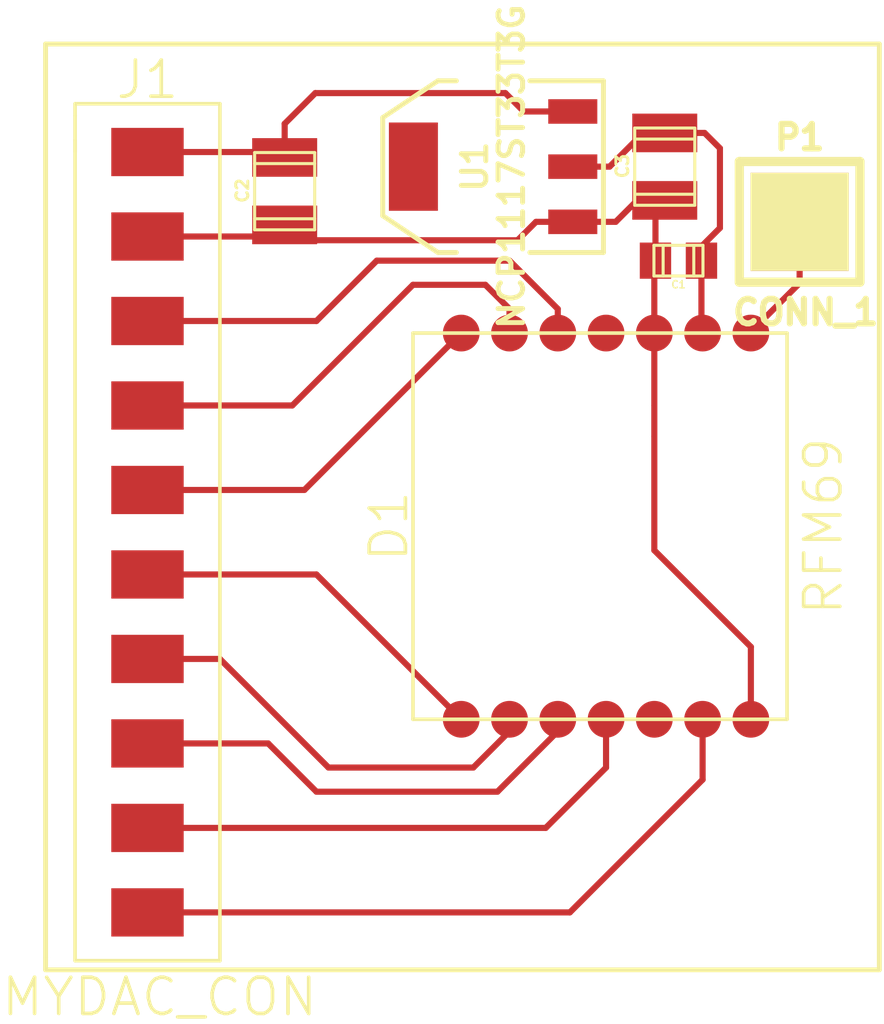
<source format=kicad_pcb>
(kicad_pcb (version 3) (host pcbnew "(22-Jun-2014 BZR 4027)-stable")

  (general
    (links 20)
    (no_connects 0)
    (area 25.341 144.396178 63.706586 188.127)
    (thickness 1.6)
    (drawings 5)
    (tracks 69)
    (zones 0)
    (modules 7)
    (nets 13)
  )

  (page A4 portrait)
  (title_block 
    (title rtyryr)
    (rev "ert tr")
  )

  (layers
    (15 F.Cu signal)
    (0 B.Cu signal)
    (16 B.Adhes user)
    (17 F.Adhes user)
    (18 B.Paste user)
    (19 F.Paste user)
    (20 B.SilkS user)
    (21 F.SilkS user)
    (22 B.Mask user)
    (23 F.Mask user)
    (24 Dwgs.User user)
    (25 Cmts.User user)
    (26 Eco1.User user)
    (27 Eco2.User user)
    (28 Edge.Cuts user)
  )

  (setup
    (last_trace_width 0.254)
    (trace_clearance 0.254)
    (zone_clearance 0.508)
    (zone_45_only no)
    (trace_min 0.254)
    (segment_width 0.2)
    (edge_width 0.15)
    (via_size 0.889)
    (via_drill 0.635)
    (via_min_size 0.889)
    (via_min_drill 0.508)
    (uvia_size 0.508)
    (uvia_drill 0.127)
    (uvias_allowed no)
    (uvia_min_size 0.508)
    (uvia_min_drill 0.127)
    (pcb_text_width 0.3)
    (pcb_text_size 1.5 1.5)
    (mod_edge_width 0.15)
    (mod_text_size 1.5 1.5)
    (mod_text_width 0.15)
    (pad_size 1.524 1.524)
    (pad_drill 0.762)
    (pad_to_mask_clearance 0.2)
    (aux_axis_origin 0 0)
    (visible_elements FFFFFFBF)
    (pcbplotparams
      (layerselection 32768)
      (usegerberextensions true)
      (excludeedgelayer true)
      (linewidth 0.150000)
      (plotframeref false)
      (viasonmask false)
      (mode 1)
      (useauxorigin false)
      (hpglpennumber 1)
      (hpglpenspeed 20)
      (hpglpendiameter 15)
      (hpglpenoverlay 2)
      (psnegative false)
      (psa4output false)
      (plotreference true)
      (plotvalue true)
      (plotothertext true)
      (plotinvisibletext false)
      (padsonsilk false)
      (subtractmaskfromsilk false)
      (outputformat 1)
      (mirror false)
      (drillshape 0)
      (scaleselection 1)
      (outputdirectory gdfg))
  )

  (net 0 "")
  (net 1 GND)
  (net 2 N-000001)
  (net 3 N-0000010)
  (net 4 N-0000012)
  (net 5 N-000002)
  (net 6 N-000003)
  (net 7 N-000004)
  (net 8 N-000005)
  (net 9 N-000006)
  (net 10 N-000007)
  (net 11 N-000008)
  (net 12 N-000009)

  (net_class Default "Это класс цепей по умолчанию."
    (clearance 0.254)
    (trace_width 0.254)
    (via_dia 0.889)
    (via_drill 0.635)
    (uvia_dia 0.508)
    (uvia_drill 0.127)
    (add_net "")
    (add_net GND)
    (add_net N-000001)
    (add_net N-0000010)
    (add_net N-0000012)
    (add_net N-000002)
    (add_net N-000003)
    (add_net N-000004)
    (add_net N-000005)
    (add_net N-000006)
    (add_net N-000007)
    (add_net N-000008)
    (add_net N-000009)
  )

  (module SOT223 (layer F.Cu) (tedit 5487FE6B) (tstamp 5487F722)
    (at 46.99 152.654 90)
    (descr "module CMS SOT223 4 pins")
    (tags "CMS SOT")
    (path /5487D7C3)
    (attr smd)
    (fp_text reference U1 (at 0 -0.762 90) (layer F.SilkS)
      (effects (font (size 1.016 1.016) (thickness 0.2032)))
    )
    (fp_text value NCP1117ST33T3G (at 0 0.762 90) (layer F.SilkS)
      (effects (font (size 1.016 1.016) (thickness 0.2032)))
    )
    (fp_line (start -3.556 1.524) (end -3.556 4.572) (layer F.SilkS) (width 0.2032))
    (fp_line (start -3.556 4.572) (end 3.556 4.572) (layer F.SilkS) (width 0.2032))
    (fp_line (start 3.556 4.572) (end 3.556 1.524) (layer F.SilkS) (width 0.2032))
    (fp_line (start -3.556 -1.524) (end -3.556 -2.286) (layer F.SilkS) (width 0.2032))
    (fp_line (start -3.556 -2.286) (end -2.032 -4.572) (layer F.SilkS) (width 0.2032))
    (fp_line (start -2.032 -4.572) (end 2.032 -4.572) (layer F.SilkS) (width 0.2032))
    (fp_line (start 2.032 -4.572) (end 3.556 -2.286) (layer F.SilkS) (width 0.2032))
    (fp_line (start 3.556 -2.286) (end 3.556 -1.524) (layer F.SilkS) (width 0.2032))
    (pad 4 smd rect (at 0 -3.302 90) (size 3.6576 2.032)
      (layers F.Cu F.Paste F.Mask)
    )
    (pad 2 smd rect (at 0 3.302 90) (size 1.016 2.032)
      (layers F.Cu F.Paste F.Mask)
      (net 3 N-0000010)
    )
    (pad 3 smd rect (at 2.286 3.302 90) (size 1.016 2.032)
      (layers F.Cu F.Paste F.Mask)
      (net 4 N-0000012)
    )
    (pad 1 smd rect (at -2.286 3.302 90) (size 1.016 2.032)
      (layers F.Cu F.Paste F.Mask)
      (net 1 GND)
    )
    (model smd/SOT223.wrl
      (at (xyz 0 0 0))
      (scale (xyz 0.4 0.4 0.4))
      (rotate (xyz 0 0 0))
    )
  )

  (module RFM69 (layer F.Cu) (tedit 54870C69) (tstamp 5487F4E3)
    (at 51.67 167.548 90)
    (path /5486BF6D)
    (fp_text reference D1 (at 0 -9 90) (layer F.SilkS)
      (effects (font (size 1.5 1.5) (thickness 0.15)))
    )
    (fp_text value RFM69 (at 0 9 90) (layer F.SilkS)
      (effects (font (size 1.5 1.5) (thickness 0.15)))
    )
    (fp_line (start -8 -8) (end -8 7.5) (layer F.SilkS) (width 0.15))
    (fp_line (start -8 7.5) (end 8 7.5) (layer F.SilkS) (width 0.15))
    (fp_line (start 8 7.5) (end 8 -8) (layer F.SilkS) (width 0.15))
    (fp_line (start 8 -8) (end -8 -8) (layer F.SilkS) (width 0.15))
    (pad 8 smd circle (at -8 -6 90) (size 1.524 1.524)
      (layers F.Cu F.Paste F.Mask)
      (net 5 N-000002)
    )
    (pad 9 smd circle (at -8 -4 90) (size 1.524 1.524)
      (layers F.Cu F.Paste F.Mask)
      (net 9 N-000006)
    )
    (pad 10 smd circle (at -8 -2 90) (size 1.524 1.524)
      (layers F.Cu F.Paste F.Mask)
      (net 8 N-000005)
    )
    (pad 11 smd circle (at -8 0 90) (size 1.524 1.524)
      (layers F.Cu F.Paste F.Mask)
      (net 7 N-000004)
    )
    (pad 12 smd circle (at -8 2 90) (size 1.524 1.524)
      (layers F.Cu F.Paste F.Mask)
    )
    (pad 13 smd circle (at -8 4 90) (size 1.524 1.524)
      (layers F.Cu F.Paste F.Mask)
      (net 6 N-000003)
    )
    (pad 14 smd circle (at -8 6 90) (size 1.524 1.524)
      (layers F.Cu F.Paste F.Mask)
      (net 1 GND)
    )
    (pad 7 smd circle (at 8 -6 90) (size 1.524 1.524)
      (layers F.Cu F.Paste F.Mask)
      (net 10 N-000007)
    )
    (pad 6 smd circle (at 8 -4 90) (size 1.524 1.524)
      (layers F.Cu F.Paste F.Mask)
      (net 12 N-000009)
    )
    (pad 5 smd circle (at 8 -2 90) (size 1.524 1.524)
      (layers F.Cu F.Paste F.Mask)
      (net 2 N-000001)
    )
    (pad 4 smd circle (at 8 0 90) (size 1.524 1.524)
      (layers F.Cu F.Paste F.Mask)
    )
    (pad 3 smd circle (at 8 2 90) (size 1.524 1.524)
      (layers F.Cu F.Paste F.Mask)
      (net 1 GND)
    )
    (pad 2 smd circle (at 8 4 90) (size 1.524 1.524)
      (layers F.Cu F.Paste F.Mask)
      (net 3 N-0000010)
    )
    (pad 1 smd circle (at 8 6 90) (size 1.524 1.524)
      (layers F.Cu F.Paste F.Mask)
      (net 11 N-000008)
    )
  )

  (module c_1210 (layer F.Cu) (tedit 49047413) (tstamp 5487F4EF)
    (at 54.102 152.654 90)
    (descr "SMT capacitor, 1210")
    (path /5487D879)
    (fp_text reference C3 (at 0.0254 -1.7526 90) (layer F.SilkS)
      (effects (font (size 0.50038 0.50038) (thickness 0.11938)))
    )
    (fp_text value C (at -0.0254 1.7272 90) (layer F.SilkS) hide
      (effects (font (size 0.50038 0.50038) (thickness 0.11938)))
    )
    (fp_line (start -1.6002 -1.2446) (end -1.6002 1.2446) (layer F.SilkS) (width 0.127))
    (fp_line (start 1.6002 1.2446) (end 1.6002 -1.2446) (layer F.SilkS) (width 0.127))
    (fp_line (start 1.143 -1.2446) (end 1.143 1.2446) (layer F.SilkS) (width 0.127))
    (fp_line (start -1.143 1.2446) (end -1.143 -1.2446) (layer F.SilkS) (width 0.127))
    (fp_line (start -1.6002 1.2446) (end 1.6002 1.2446) (layer F.SilkS) (width 0.127))
    (fp_line (start 1.6002 -1.2446) (end -1.6002 -1.2446) (layer F.SilkS) (width 0.127))
    (pad 1 smd rect (at 1.397 0 90) (size 1.6002 2.6924)
      (layers F.Cu F.Paste F.Mask)
      (net 3 N-0000010)
    )
    (pad 2 smd rect (at -1.397 0 90) (size 1.6002 2.6924)
      (layers F.Cu F.Paste F.Mask)
      (net 1 GND)
    )
    (model smd/capacitors/c_1210.wrl
      (at (xyz 0 0 0))
      (scale (xyz 1 1 1))
      (rotate (xyz 0 0 0))
    )
  )

  (module c_1210 (layer F.Cu) (tedit 49047413) (tstamp 5487F4FB)
    (at 38.354 153.67 90)
    (descr "SMT capacitor, 1210")
    (path /5487D86A)
    (fp_text reference C2 (at 0.0254 -1.7526 90) (layer F.SilkS)
      (effects (font (size 0.50038 0.50038) (thickness 0.11938)))
    )
    (fp_text value C (at -0.0254 1.7272 90) (layer F.SilkS) hide
      (effects (font (size 0.50038 0.50038) (thickness 0.11938)))
    )
    (fp_line (start -1.6002 -1.2446) (end -1.6002 1.2446) (layer F.SilkS) (width 0.127))
    (fp_line (start 1.6002 1.2446) (end 1.6002 -1.2446) (layer F.SilkS) (width 0.127))
    (fp_line (start 1.143 -1.2446) (end 1.143 1.2446) (layer F.SilkS) (width 0.127))
    (fp_line (start -1.143 1.2446) (end -1.143 -1.2446) (layer F.SilkS) (width 0.127))
    (fp_line (start -1.6002 1.2446) (end 1.6002 1.2446) (layer F.SilkS) (width 0.127))
    (fp_line (start 1.6002 -1.2446) (end -1.6002 -1.2446) (layer F.SilkS) (width 0.127))
    (pad 1 smd rect (at 1.397 0 90) (size 1.6002 2.6924)
      (layers F.Cu F.Paste F.Mask)
      (net 4 N-0000012)
    )
    (pad 2 smd rect (at -1.397 0 90) (size 1.6002 2.6924)
      (layers F.Cu F.Paste F.Mask)
      (net 1 GND)
    )
    (model smd/capacitors/c_1210.wrl
      (at (xyz 0 0 0))
      (scale (xyz 1 1 1))
      (rotate (xyz 0 0 0))
    )
  )

  (module c_0805 (layer F.Cu) (tedit 49047394) (tstamp 5487F507)
    (at 54.67 156.548 180)
    (descr "SMT capacitor, 0805")
    (path /5487D8A1)
    (fp_text reference C1 (at 0 -0.9906 180) (layer F.SilkS)
      (effects (font (size 0.29972 0.29972) (thickness 0.06096)))
    )
    (fp_text value C (at 0 0.9906 180) (layer F.SilkS) hide
      (effects (font (size 0.29972 0.29972) (thickness 0.06096)))
    )
    (fp_line (start 0.635 -0.635) (end 0.635 0.635) (layer F.SilkS) (width 0.127))
    (fp_line (start -0.635 -0.635) (end -0.635 0.6096) (layer F.SilkS) (width 0.127))
    (fp_line (start -1.016 -0.635) (end 1.016 -0.635) (layer F.SilkS) (width 0.127))
    (fp_line (start 1.016 -0.635) (end 1.016 0.635) (layer F.SilkS) (width 0.127))
    (fp_line (start 1.016 0.635) (end -1.016 0.635) (layer F.SilkS) (width 0.127))
    (fp_line (start -1.016 0.635) (end -1.016 -0.635) (layer F.SilkS) (width 0.127))
    (pad 1 smd rect (at 0.9525 0 180) (size 1.30048 1.4986)
      (layers F.Cu F.Paste F.Mask)
      (net 1 GND)
    )
    (pad 2 smd rect (at -0.9525 0 180) (size 1.30048 1.4986)
      (layers F.Cu F.Paste F.Mask)
      (net 3 N-0000010)
    )
    (model smd/capacitors/c_0805.wrl
      (at (xyz 0 0 0))
      (scale (xyz 1 1 1))
      (rotate (xyz 0 0 0))
    )
  )

  (module 3.5_PIN (layer F.Cu) (tedit 5487F351) (tstamp 5487F51C)
    (at 32.67 157.548)
    (path /5487D5E3)
    (fp_text reference J1 (at 0 -8.5) (layer F.SilkS)
      (effects (font (size 1.5 1.5) (thickness 0.15)))
    )
    (fp_text value MYDAC_CON (at 0.5 29.5) (layer F.SilkS)
      (effects (font (size 1.5 1.5) (thickness 0.15)))
    )
    (fp_line (start -3 -6) (end -3 -7) (layer F.SilkS) (width 0.15))
    (fp_line (start -3 -7) (end -3 -7.5) (layer F.SilkS) (width 0.15))
    (fp_line (start -3 -7.5) (end 3 -7.5) (layer F.SilkS) (width 0.15))
    (fp_line (start 3 -7.5) (end 3 28) (layer F.SilkS) (width 0.15))
    (fp_line (start 3 28) (end -3 28) (layer F.SilkS) (width 0.15))
    (fp_line (start -3 28) (end -3 -6) (layer F.SilkS) (width 0.15))
    (fp_line (start -3 -6) (end -3 -5.5) (layer F.SilkS) (width 0.15))
    (pad 4 smd rect (at 0 15.5) (size 3 2)
      (layers F.Cu F.Paste F.Mask)
      (net 9 N-000006)
    )
    (pad 3 smd rect (at 0 19) (size 3 2)
      (layers F.Cu F.Paste F.Mask)
      (net 8 N-000005)
    )
    (pad 2 smd rect (at 0 22.5) (size 3 2)
      (layers F.Cu F.Paste F.Mask)
      (net 7 N-000004)
    )
    (pad 1 smd rect (at 0 26) (size 3 2)
      (layers F.Cu F.Paste F.Mask)
      (net 6 N-000003)
    )
    (pad 5 smd rect (at 0 12) (size 3 2)
      (layers F.Cu F.Paste F.Mask)
      (net 5 N-000002)
    )
    (pad 6 smd rect (at 0 8.5) (size 3 2)
      (layers F.Cu F.Paste F.Mask)
      (net 10 N-000007)
    )
    (pad 7 smd rect (at 0 5) (size 3 2)
      (layers F.Cu F.Paste F.Mask)
      (net 12 N-000009)
    )
    (pad 8 smd rect (at 0 1.5) (size 3 2)
      (layers F.Cu F.Paste F.Mask)
      (net 2 N-000001)
    )
    (pad 9 smd rect (at 0 -2) (size 3 2)
      (layers F.Cu F.Paste F.Mask)
      (net 1 GND)
    )
    (pad 10 smd rect (at 0 -5.5) (size 3 2)
      (layers F.Cu F.Paste F.Mask)
      (net 4 N-0000012)
    )
  )

  (module 1PIN_SMD (layer F.Cu) (tedit 4F3E5BF2) (tstamp 5487F525)
    (at 59.69 154.94)
    (descr "module 1 pin (ou trou mecanique de percage)")
    (tags DEV)
    (path /5487ED1C)
    (fp_text reference P1 (at 0 -3.50012) (layer F.SilkS)
      (effects (font (size 1.016 1.016) (thickness 0.254)))
    )
    (fp_text value CONN_1 (at 0.24892 3.74904) (layer F.SilkS)
      (effects (font (size 1.016 1.016) (thickness 0.254)))
    )
    (fp_line (start -2.49936 -2.49936) (end 2.49936 -2.49936) (layer F.SilkS) (width 0.381))
    (fp_line (start 2.49936 -2.49936) (end 2.49936 2.49936) (layer F.SilkS) (width 0.381))
    (fp_line (start 2.49936 2.49936) (end -2.49936 2.49936) (layer F.SilkS) (width 0.381))
    (fp_line (start -2.49936 2.49936) (end -2.49936 -2.49936) (layer F.SilkS) (width 0.381))
    (pad 1 smd rect (at 0 0) (size 4.064 4.064)
      (layers F.Cu F.Paste F.SilkS F.Mask)
      (net 11 N-000008)
    )
  )

  (gr_line (start 28.448 185.928) (end 28.448 185.42) (angle 90) (layer F.SilkS) (width 0.2))
  (gr_line (start 62.992 185.928) (end 28.448 185.928) (angle 90) (layer F.SilkS) (width 0.2))
  (gr_line (start 62.992 147.574) (end 62.992 185.928) (angle 90) (layer F.SilkS) (width 0.2))
  (gr_line (start 28.448 147.574) (end 62.992 147.574) (angle 90) (layer F.SilkS) (width 0.2))
  (gr_line (start 28.448 185.42) (end 28.448 147.574) (angle 90) (layer F.SilkS) (width 0.2))

  (segment (start 38.354 155.067) (end 38.735 155.067) (width 0.254) (layer F.Cu) (net 1))
  (segment (start 48.768 154.94) (end 50.292 154.94) (width 0.254) (layer F.Cu) (net 1) (tstamp 5487FF65))
  (segment (start 48.006 155.702) (end 48.768 154.94) (width 0.254) (layer F.Cu) (net 1) (tstamp 5487FF63))
  (segment (start 39.37 155.702) (end 48.006 155.702) (width 0.254) (layer F.Cu) (net 1) (tstamp 5487FF5C))
  (segment (start 38.735 155.067) (end 39.37 155.702) (width 0.254) (layer F.Cu) (net 1) (tstamp 5487FF57))
  (segment (start 32.67 155.548) (end 37.873 155.548) (width 0.254) (layer F.Cu) (net 1))
  (segment (start 37.873 155.548) (end 38.354 155.067) (width 0.254) (layer F.Cu) (net 1) (tstamp 5487FF3B))
  (segment (start 50.292 154.94) (end 52.07 154.94) (width 0.254) (layer F.Cu) (net 1) (tstamp 5487FF40))
  (segment (start 52.07 154.94) (end 52.959 154.051) (width 0.254) (layer F.Cu) (net 1) (tstamp 5487FF41))
  (segment (start 52.959 154.051) (end 54.102 154.051) (width 0.254) (layer F.Cu) (net 1) (tstamp 5487FF42))
  (segment (start 54.102 154.051) (end 53.7175 154.4355) (width 0.254) (layer F.Cu) (net 1) (tstamp 5487FF43))
  (segment (start 53.7175 154.4355) (end 53.7175 156.548) (width 0.254) (layer F.Cu) (net 1) (tstamp 5487FF44))
  (segment (start 53.7175 156.548) (end 53.67 156.5955) (width 0.254) (layer F.Cu) (net 1) (tstamp 5487FA8A))
  (segment (start 53.67 156.5955) (end 53.67 159.548) (width 0.254) (layer F.Cu) (net 1) (tstamp 5487FA91))
  (segment (start 53.67 159.548) (end 53.67 162.548) (width 0.254) (layer F.Cu) (net 1))
  (segment (start 53.67 162.548) (end 53.67 163.83) (width 0.254) (layer F.Cu) (net 1) (tstamp 5487FB10))
  (segment (start 53.67 163.83) (end 53.67 168.548) (width 0.254) (layer F.Cu) (net 1) (tstamp 5487FDBC))
  (segment (start 57.67 172.548) (end 57.67 175.548) (width 0.254) (layer F.Cu) (net 1) (tstamp 5487F992))
  (segment (start 53.67 168.548) (end 57.67 172.548) (width 0.254) (layer F.Cu) (net 1) (tstamp 5487F98E))
  (segment (start 49.67 159.548) (end 49.67 158.548) (width 0.254) (layer F.Cu) (net 2))
  (segment (start 39.67 159.048) (end 32.67 159.048) (width 0.254) (layer F.Cu) (net 2) (tstamp 5487F8E9))
  (segment (start 42.17 156.548) (end 39.67 159.048) (width 0.254) (layer F.Cu) (net 2) (tstamp 5487F8E6))
  (segment (start 47.67 156.548) (end 42.17 156.548) (width 0.254) (layer F.Cu) (net 2) (tstamp 5487F8E3))
  (segment (start 49.67 158.548) (end 47.67 156.548) (width 0.254) (layer F.Cu) (net 2) (tstamp 5487F8E0))
  (segment (start 55.6225 156.548) (end 55.6225 155.9595) (width 0.254) (layer F.Cu) (net 3))
  (segment (start 55.753 151.257) (end 54.102 151.257) (width 0.254) (layer F.Cu) (net 3) (tstamp 5487FFBE))
  (segment (start 56.388 151.892) (end 55.753 151.257) (width 0.254) (layer F.Cu) (net 3) (tstamp 5487FFBA))
  (segment (start 56.388 155.194) (end 56.388 151.892) (width 0.254) (layer F.Cu) (net 3) (tstamp 5487FFB8))
  (segment (start 55.6225 155.9595) (end 56.388 155.194) (width 0.254) (layer F.Cu) (net 3) (tstamp 5487FFB2))
  (segment (start 50.292 152.654) (end 51.816 152.654) (width 0.254) (layer F.Cu) (net 3))
  (segment (start 51.816 152.654) (end 53.213 151.257) (width 0.254) (layer F.Cu) (net 3) (tstamp 5487FFA6))
  (segment (start 53.213 151.257) (end 54.102 151.257) (width 0.254) (layer F.Cu) (net 3) (tstamp 5487FFA9))
  (segment (start 55.6225 156.548) (end 55.6225 159.5005) (width 0.254) (layer F.Cu) (net 3))
  (segment (start 55.6225 159.5005) (end 55.67 159.548) (width 0.254) (layer F.Cu) (net 3) (tstamp 5487FA9A))
  (segment (start 38.354 152.273) (end 38.354 150.876) (width 0.254) (layer F.Cu) (net 4))
  (segment (start 48.26 150.368) (end 50.292 150.368) (width 0.254) (layer F.Cu) (net 4) (tstamp 5487FF98))
  (segment (start 47.498 149.606) (end 48.26 150.368) (width 0.254) (layer F.Cu) (net 4) (tstamp 5487FF95))
  (segment (start 39.624 149.606) (end 47.498 149.606) (width 0.254) (layer F.Cu) (net 4) (tstamp 5487FF8D))
  (segment (start 38.354 150.876) (end 39.624 149.606) (width 0.254) (layer F.Cu) (net 4) (tstamp 5487FF80))
  (segment (start 32.67 152.048) (end 38.129 152.048) (width 0.254) (layer F.Cu) (net 4))
  (segment (start 38.129 152.048) (end 38.354 152.273) (width 0.254) (layer F.Cu) (net 4) (tstamp 5487FF79))
  (segment (start 45.67 175.548) (end 39.67 169.548) (width 0.254) (layer F.Cu) (net 5))
  (segment (start 39.67 169.548) (end 32.67 169.548) (width 0.254) (layer F.Cu) (net 5) (tstamp 5487F85C))
  (segment (start 55.67 175.548) (end 55.67 178.048) (width 0.254) (layer F.Cu) (net 6))
  (segment (start 50.17 183.548) (end 32.67 183.548) (width 0.254) (layer F.Cu) (net 6) (tstamp 5487F885))
  (segment (start 55.67 178.048) (end 50.17 183.548) (width 0.254) (layer F.Cu) (net 6) (tstamp 5487F87A))
  (segment (start 51.67 175.548) (end 51.67 177.548) (width 0.254) (layer F.Cu) (net 7))
  (segment (start 49.17 180.048) (end 32.67 180.048) (width 0.254) (layer F.Cu) (net 7) (tstamp 5487F870))
  (segment (start 51.67 177.548) (end 49.17 180.048) (width 0.254) (layer F.Cu) (net 7) (tstamp 5487F869))
  (segment (start 49.67 175.548) (end 49.67 176.048) (width 0.254) (layer F.Cu) (net 8))
  (segment (start 37.67 176.548) (end 32.67 176.548) (width 0.254) (layer F.Cu) (net 8) (tstamp 5487F8A2))
  (segment (start 39.67 178.548) (end 37.67 176.548) (width 0.254) (layer F.Cu) (net 8) (tstamp 5487F89C))
  (segment (start 47.17 178.548) (end 39.67 178.548) (width 0.254) (layer F.Cu) (net 8) (tstamp 5487F896))
  (segment (start 49.67 176.048) (end 47.17 178.548) (width 0.254) (layer F.Cu) (net 8) (tstamp 5487F893))
  (segment (start 47.67 175.548) (end 47.67 176.048) (width 0.254) (layer F.Cu) (net 9))
  (segment (start 35.67 173.048) (end 32.67 173.048) (width 0.254) (layer F.Cu) (net 9) (tstamp 5487F9C1))
  (segment (start 40.17 177.548) (end 35.67 173.048) (width 0.254) (layer F.Cu) (net 9) (tstamp 5487F9BC))
  (segment (start 46.17 177.548) (end 40.17 177.548) (width 0.254) (layer F.Cu) (net 9) (tstamp 5487F9B8))
  (segment (start 47.67 176.048) (end 46.17 177.548) (width 0.254) (layer F.Cu) (net 9) (tstamp 5487F9B3))
  (segment (start 45.67 159.548) (end 39.17 166.048) (width 0.254) (layer F.Cu) (net 10))
  (segment (start 39.17 166.048) (end 32.67 166.048) (width 0.254) (layer F.Cu) (net 10) (tstamp 5487F8B5))
  (segment (start 57.67 159.548) (end 57.67 159.5) (width 0.254) (layer F.Cu) (net 11))
  (segment (start 59.69 157.48) (end 59.69 154.94) (width 0.254) (layer F.Cu) (net 11) (tstamp 5487FD6B))
  (segment (start 57.67 159.5) (end 59.69 157.48) (width 0.254) (layer F.Cu) (net 11) (tstamp 5487FD69))
  (segment (start 47.67 159.548) (end 47.67 158.548) (width 0.254) (layer F.Cu) (net 12))
  (segment (start 38.67 162.548) (end 32.67 162.548) (width 0.254) (layer F.Cu) (net 12) (tstamp 5487F8D7))
  (segment (start 43.67 157.548) (end 38.67 162.548) (width 0.254) (layer F.Cu) (net 12) (tstamp 5487F8CF))
  (segment (start 46.67 157.548) (end 43.67 157.548) (width 0.254) (layer F.Cu) (net 12) (tstamp 5487F8CB))
  (segment (start 47.67 158.548) (end 46.67 157.548) (width 0.254) (layer F.Cu) (net 12) (tstamp 5487F8C7))

)

</source>
